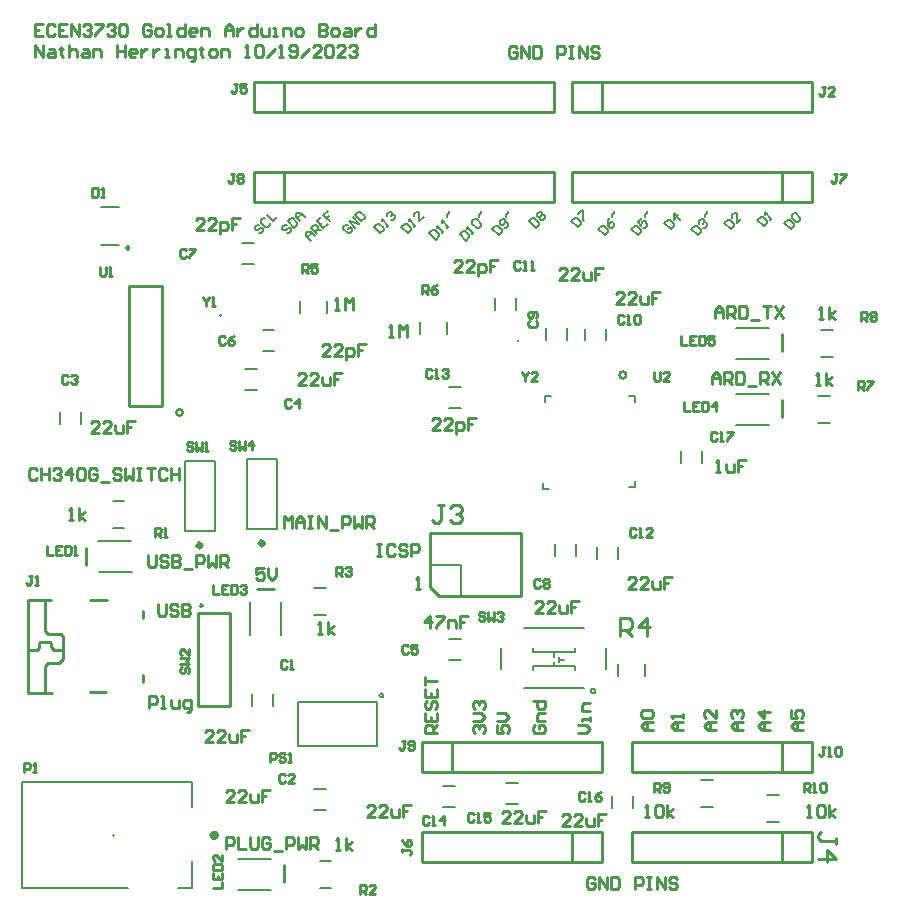
<source format=gto>
G04*
G04 #@! TF.GenerationSoftware,Altium Limited,Altium Designer,23.9.2 (47)*
G04*
G04 Layer_Color=65535*
%FSLAX44Y44*%
%MOMM*%
G71*
G04*
G04 #@! TF.SameCoordinates,6B7264D5-F0A4-4F38-8353-537565517FE9*
G04*
G04*
G04 #@! TF.FilePolarity,Positive*
G04*
G01*
G75*
%ADD10C,0.1524*%
%ADD11C,0.5080*%
%ADD12C,0.2540*%
%ADD13C,0.1000*%
%ADD14C,0.4000*%
%ADD15C,0.1270*%
%ADD16C,0.1999*%
%ADD17C,0.2286*%
%ADD18C,0.2032*%
D10*
X489982Y182880D02*
G03*
X489982Y182880I-2048J0D01*
G01*
X310406Y179340D02*
G03*
X310406Y179340I-1796J0D01*
G01*
X95268Y558038D02*
G03*
X95268Y558038I-1796J0D01*
G01*
X251968Y270480D02*
X261620D01*
X251968Y247680D02*
X261620D01*
X521970Y84074D02*
Y93726D01*
X504190Y84074D02*
Y93726D01*
X509270Y294894D02*
Y304546D01*
X491490Y294894D02*
Y304546D01*
X455930Y297434D02*
Y307086D01*
X473710Y297434D02*
Y307086D01*
X410210Y201930D02*
Y219710D01*
X499110Y201930D02*
Y219710D01*
X472440Y215900D02*
Y219202D01*
X436880Y215900D02*
Y219202D01*
Y200406D02*
Y203962D01*
X472440Y200406D02*
Y203962D01*
X458978Y207518D02*
Y211582D01*
Y209550D02*
X463042D01*
X429260Y236220D02*
X480060D01*
X429260Y185420D02*
X480060D01*
X436880Y215900D02*
X472440D01*
X436880Y203962D02*
X472440D01*
X454655Y204068D02*
Y207624D01*
X454782Y211688D02*
Y215752D01*
X366014Y209550D02*
X375666D01*
X366014Y227330D02*
X375666D01*
X414274Y87630D02*
X423926D01*
X414274Y105410D02*
X423926D01*
X360934Y102870D02*
X370586D01*
X360934Y85090D02*
X370586D01*
X579374Y107920D02*
X589026D01*
X579374Y85120D02*
X589026D01*
X635254Y95220D02*
X644906D01*
X635254Y72420D02*
X644906D01*
X562610Y376174D02*
Y385826D01*
X580390Y376174D02*
Y385826D01*
X678434Y433040D02*
X688086D01*
X678434Y410240D02*
X688086D01*
X681228Y488920D02*
X690880D01*
X681228Y466120D02*
X690880D01*
X608584Y434640D02*
X636524D01*
X608838Y408640D02*
X636778D01*
X608584Y490520D02*
X636524D01*
X608838Y464520D02*
X636778D01*
X499110Y480060D02*
Y489712D01*
X481330Y480060D02*
Y489712D01*
X466090Y480314D02*
Y489966D01*
X448310Y480314D02*
Y489966D01*
X422910Y505968D02*
Y515620D01*
X405130Y505968D02*
Y515620D01*
X364460Y485394D02*
Y495046D01*
X341660Y485394D02*
Y495046D01*
X193294Y455930D02*
X202946D01*
X193294Y438150D02*
X202946D01*
X208280Y488950D02*
X217932D01*
X208280Y471170D02*
X217932D01*
X240060Y503174D02*
Y512826D01*
X262860Y503174D02*
Y512826D01*
X190754Y544830D02*
X200406D01*
X190754Y562610D02*
X200406D01*
X36830Y409194D02*
Y418846D01*
X54610Y409194D02*
Y418846D01*
X217170Y170434D02*
Y180086D01*
X199390Y170434D02*
Y180086D01*
X197820Y230124D02*
Y258064D01*
X223820Y230378D02*
Y258318D01*
X81280Y344140D02*
X90932D01*
X81280Y321340D02*
X90932D01*
X251714Y82550D02*
X261366D01*
X251714Y100330D02*
X261366D01*
X256540Y39340D02*
X266192D01*
X256540Y16540D02*
X266192D01*
X186944Y40940D02*
X214884D01*
X187198Y14940D02*
X215138D01*
X69342Y284180D02*
X97282D01*
X69088Y310180D02*
X97028D01*
X366014Y440690D02*
X375666D01*
X366014Y422910D02*
X375666D01*
X238252Y173482D02*
X305308D01*
Y136398D02*
Y173482D01*
X238252Y136398D02*
X305308D01*
X238252D02*
Y173482D01*
X523240Y355600D02*
Y360680D01*
X518160Y355600D02*
X523240D01*
X518045Y432367D02*
X523125D01*
Y427287D02*
Y432367D01*
X446783Y427720D02*
Y432800D01*
X451863D01*
X445770Y354330D02*
Y359410D01*
Y354330D02*
X450850D01*
X532100Y195834D02*
Y205486D01*
X509300Y195834D02*
Y205486D01*
D11*
X208520Y308202D02*
G03*
X208520Y308202I-1270J0D01*
G01*
X155815Y306297D02*
G03*
X155815Y306297I-1270J0D01*
G01*
D12*
X157221Y255270D02*
G03*
X157221Y255270I-1000J0D01*
G01*
X515920Y450596D02*
G03*
X515920Y450596I-2840J0D01*
G01*
X140297Y418846D02*
G03*
X140297Y418846I-2540J0D01*
G01*
X350012Y271018D02*
Y316738D01*
Y271018D02*
X357378Y263652D01*
X427228D01*
X350012Y316738D02*
X427228D01*
Y263652D02*
Y316738D01*
X520700Y114300D02*
Y139700D01*
X647700D01*
X520700Y114300D02*
X647700D01*
X673100Y127000D02*
Y139700D01*
X647700D02*
X673100D01*
X647700Y114300D02*
Y139700D01*
Y114300D02*
X673100D01*
Y127000D01*
X647700Y596900D02*
Y622300D01*
X469900Y596900D02*
X673100D01*
Y622300D01*
X469900D02*
X673100D01*
X469900Y596900D02*
Y622300D01*
X495300Y673100D02*
Y698500D01*
X469900D02*
X673100D01*
X469900Y673100D02*
Y698500D01*
Y673100D02*
X673100D01*
Y698500D01*
X226060D02*
X454660D01*
X200660Y673100D02*
X429260D01*
X200660D02*
Y698500D01*
X429260D01*
X226060Y673100D02*
Y698500D01*
Y673100D02*
X454660D01*
Y698500D01*
X226060Y622300D02*
X454660D01*
X200660Y596900D02*
X429260D01*
X200660D02*
Y622300D01*
X429260D01*
X226060Y596900D02*
Y622300D01*
Y596900D02*
X454660D01*
Y622300D01*
X495300Y114300D02*
Y139700D01*
X368300Y114300D02*
X495300D01*
X368300Y139700D02*
X495300D01*
X342900Y114300D02*
Y127000D01*
Y114300D02*
X368300D01*
Y139700D01*
X342900D02*
X368300D01*
X342900Y127000D02*
Y139700D01*
X520700Y38100D02*
Y63500D01*
X647700D01*
X520700Y38100D02*
X647700D01*
X673100Y50800D02*
Y63500D01*
X647700D02*
X673100D01*
X647700Y38100D02*
Y63500D01*
Y38100D02*
X673100D01*
Y50800D01*
X647446Y415036D02*
Y429260D01*
Y470916D02*
Y485140D01*
X203200Y268986D02*
X217424D01*
X225806Y21336D02*
Y35560D01*
X58420Y289560D02*
Y303784D01*
X153670Y170180D02*
Y248920D01*
X180340D01*
X153670Y170180D02*
X180340D01*
Y248920D01*
X342900Y38100D02*
Y63500D01*
X469900D01*
X342900Y38100D02*
X469900D01*
X495300Y50800D02*
Y63500D01*
X469900D02*
X495300D01*
X469900Y38100D02*
Y63500D01*
Y38100D02*
X495300D01*
Y50800D01*
X106660Y245029D02*
Y246501D01*
Y249444D02*
Y250916D01*
X9435Y181660D02*
Y259906D01*
Y181660D02*
X29718D01*
X61976Y181864D02*
X75692D01*
X9435Y259906D02*
X29210D01*
X32069Y218116D02*
X39434D01*
X31307D02*
X32069D01*
X29274Y220148D02*
X31307Y218116D01*
X29274Y220148D02*
Y223704D01*
X28259Y224720D02*
X29274Y223704D01*
X19877Y224720D02*
X28259D01*
X18860Y223704D02*
X19877Y224720D01*
X18860Y219132D02*
Y223704D01*
X17336Y217608D02*
X18860Y219132D01*
X10986Y217608D02*
X17336D01*
X24195Y181660D02*
Y204146D01*
X26481Y206432D01*
X35879D01*
X39434Y209988D01*
Y228784D01*
X37148Y231070D02*
X39434Y228784D01*
X25972Y231070D02*
X37148D01*
X23433Y233610D02*
X25972Y231070D01*
X23433Y233610D02*
Y259518D01*
X61976Y259842D02*
X76708D01*
X106660Y191044D02*
Y196532D01*
Y246501D02*
Y249444D01*
X81510Y60960D02*
X81590D01*
X22011Y748106D02*
X15240D01*
Y737950D01*
X22011D01*
X15240Y743028D02*
X18626D01*
X32168Y746414D02*
X30475Y748106D01*
X27090D01*
X25397Y746414D01*
Y739642D01*
X27090Y737950D01*
X30475D01*
X32168Y739642D01*
X42325Y748106D02*
X35553D01*
Y737950D01*
X42325D01*
X35553Y743028D02*
X38939D01*
X45710Y737950D02*
Y748106D01*
X52481Y737950D01*
Y748106D01*
X55867Y746414D02*
X57560Y748106D01*
X60945D01*
X62638Y746414D01*
Y744721D01*
X60945Y743028D01*
X59253D01*
X60945D01*
X62638Y741335D01*
Y739642D01*
X60945Y737950D01*
X57560D01*
X55867Y739642D01*
X66024Y748106D02*
X72795D01*
Y746414D01*
X66024Y739642D01*
Y737950D01*
X76180Y746414D02*
X77873Y748106D01*
X81259D01*
X82951Y746414D01*
Y744721D01*
X81259Y743028D01*
X79566D01*
X81259D01*
X82951Y741335D01*
Y739642D01*
X81259Y737950D01*
X77873D01*
X76180Y739642D01*
X86337Y746414D02*
X88030Y748106D01*
X91415D01*
X93108Y746414D01*
Y739642D01*
X91415Y737950D01*
X88030D01*
X86337Y739642D01*
Y746414D01*
X113422D02*
X111729Y748106D01*
X108343D01*
X106650Y746414D01*
Y739642D01*
X108343Y737950D01*
X111729D01*
X113422Y739642D01*
Y743028D01*
X110036D01*
X118500Y737950D02*
X121886D01*
X123578Y739642D01*
Y743028D01*
X121886Y744721D01*
X118500D01*
X116807Y743028D01*
Y739642D01*
X118500Y737950D01*
X126964D02*
X130350D01*
X128657D01*
Y748106D01*
X126964D01*
X142199D02*
Y737950D01*
X137121D01*
X135428Y739642D01*
Y743028D01*
X137121Y744721D01*
X142199D01*
X150663Y737950D02*
X147277D01*
X145585Y739642D01*
Y743028D01*
X147277Y744721D01*
X150663D01*
X152356Y743028D01*
Y741335D01*
X145585D01*
X155741Y737950D02*
Y744721D01*
X160820D01*
X162512Y743028D01*
Y737950D01*
X176055D02*
Y744721D01*
X179440Y748106D01*
X182826Y744721D01*
Y737950D01*
Y743028D01*
X176055D01*
X186211Y744721D02*
Y737950D01*
Y741335D01*
X187904Y743028D01*
X189597Y744721D01*
X191290D01*
X203139Y748106D02*
Y737950D01*
X198061D01*
X196368Y739642D01*
Y743028D01*
X198061Y744721D01*
X203139D01*
X206525D02*
Y739642D01*
X208218Y737950D01*
X213296D01*
Y744721D01*
X216682Y737950D02*
X220067D01*
X218375D01*
Y744721D01*
X216682D01*
X225146Y737950D02*
Y744721D01*
X230224D01*
X231917Y743028D01*
Y737950D01*
X236995D02*
X240381D01*
X242073Y739642D01*
Y743028D01*
X240381Y744721D01*
X236995D01*
X235302Y743028D01*
Y739642D01*
X236995Y737950D01*
X255616Y748106D02*
Y737950D01*
X260694D01*
X262387Y739642D01*
Y741335D01*
X260694Y743028D01*
X255616D01*
X260694D01*
X262387Y744721D01*
Y746414D01*
X260694Y748106D01*
X255616D01*
X267465Y737950D02*
X270851D01*
X272544Y739642D01*
Y743028D01*
X270851Y744721D01*
X267465D01*
X265772Y743028D01*
Y739642D01*
X267465Y737950D01*
X277622Y744721D02*
X281008D01*
X282700Y743028D01*
Y737950D01*
X277622D01*
X275929Y739642D01*
X277622Y741335D01*
X282700D01*
X286086Y744721D02*
Y737950D01*
Y741335D01*
X287779Y743028D01*
X289471Y744721D01*
X291164D01*
X303014Y748106D02*
Y737950D01*
X297936D01*
X296243Y739642D01*
Y743028D01*
X297936Y744721D01*
X303014D01*
X15240Y719666D02*
Y729822D01*
X22011Y719666D01*
Y729822D01*
X27090Y726437D02*
X30475D01*
X32168Y724744D01*
Y719666D01*
X27090D01*
X25397Y721358D01*
X27090Y723051D01*
X32168D01*
X37246Y728130D02*
Y726437D01*
X35553D01*
X38939D01*
X37246D01*
Y721358D01*
X38939Y719666D01*
X44017Y729822D02*
Y719666D01*
Y724744D01*
X45710Y726437D01*
X49096D01*
X50788Y724744D01*
Y719666D01*
X55867Y726437D02*
X59253D01*
X60945Y724744D01*
Y719666D01*
X55867D01*
X54174Y721358D01*
X55867Y723051D01*
X60945D01*
X64331Y719666D02*
Y726437D01*
X69409D01*
X71102Y724744D01*
Y719666D01*
X84644Y729822D02*
Y719666D01*
Y724744D01*
X91415D01*
Y729822D01*
Y719666D01*
X99879D02*
X96494D01*
X94801Y721358D01*
Y724744D01*
X96494Y726437D01*
X99879D01*
X101572Y724744D01*
Y723051D01*
X94801D01*
X104958Y726437D02*
Y719666D01*
Y723051D01*
X106650Y724744D01*
X108343Y726437D01*
X110036D01*
X115114D02*
Y719666D01*
Y723051D01*
X116807Y724744D01*
X118500Y726437D01*
X120193D01*
X125271Y719666D02*
X128657D01*
X126964D01*
Y726437D01*
X125271D01*
X133735Y719666D02*
Y726437D01*
X138813D01*
X140506Y724744D01*
Y719666D01*
X147277Y716280D02*
X148970D01*
X150663Y717973D01*
Y726437D01*
X145585D01*
X143892Y724744D01*
Y721358D01*
X145585Y719666D01*
X150663D01*
X155741Y728130D02*
Y726437D01*
X154049D01*
X157434D01*
X155741D01*
Y721358D01*
X157434Y719666D01*
X164205D02*
X167591D01*
X169284Y721358D01*
Y724744D01*
X167591Y726437D01*
X164205D01*
X162512Y724744D01*
Y721358D01*
X164205Y719666D01*
X172669D02*
Y726437D01*
X177748D01*
X179440Y724744D01*
Y719666D01*
X192983D02*
X196368D01*
X194676D01*
Y729822D01*
X192983Y728130D01*
X201447D02*
X203139Y729822D01*
X206525D01*
X208218Y728130D01*
Y721358D01*
X206525Y719666D01*
X203139D01*
X201447Y721358D01*
Y728130D01*
X211603Y719666D02*
X218375Y726437D01*
X221760Y719666D02*
X225146D01*
X223453D01*
Y729822D01*
X221760Y728130D01*
X230224Y721358D02*
X231917Y719666D01*
X235302D01*
X236995Y721358D01*
Y728130D01*
X235302Y729822D01*
X231917D01*
X230224Y728130D01*
Y726437D01*
X231917Y724744D01*
X236995D01*
X240381Y719666D02*
X247152Y726437D01*
X257309Y719666D02*
X250537D01*
X257309Y726437D01*
Y728130D01*
X255616Y729822D01*
X252230D01*
X250537Y728130D01*
X260694D02*
X262387Y729822D01*
X265772D01*
X267465Y728130D01*
Y721358D01*
X265772Y719666D01*
X262387D01*
X260694Y721358D01*
Y728130D01*
X277622Y719666D02*
X270851D01*
X277622Y726437D01*
Y728130D01*
X275929Y729822D01*
X272544D01*
X270851Y728130D01*
X281008D02*
X282700Y729822D01*
X286086D01*
X287779Y728130D01*
Y726437D01*
X286086Y724744D01*
X284393D01*
X286086D01*
X287779Y723051D01*
Y721358D01*
X286086Y719666D01*
X282700D01*
X281008Y721358D01*
X254849Y231142D02*
X258234D01*
X256542D01*
Y241298D01*
X254849Y239606D01*
X263313Y231142D02*
Y241298D01*
Y234527D02*
X268391Y237913D01*
X263313Y234527D02*
X268391Y231142D01*
X270512Y280671D02*
Y288289D01*
X274321D01*
X275590Y287019D01*
Y284480D01*
X274321Y283210D01*
X270512D01*
X273051D02*
X275590Y280671D01*
X278130Y287019D02*
X279399Y288289D01*
X281938D01*
X283208Y287019D01*
Y285750D01*
X281938Y284480D01*
X280669D01*
X281938D01*
X283208Y283210D01*
Y281941D01*
X281938Y280671D01*
X279399D01*
X278130Y281941D01*
X337820Y269240D02*
X341206D01*
X339513D01*
Y279397D01*
X337820Y277704D01*
X304806Y307338D02*
X308191D01*
X306499D01*
Y297182D01*
X304806D01*
X308191D01*
X320041Y305646D02*
X318348Y307338D01*
X314963D01*
X313270Y305646D01*
Y298874D01*
X314963Y297182D01*
X318348D01*
X320041Y298874D01*
X330197Y305646D02*
X328505Y307338D01*
X325119D01*
X323426Y305646D01*
Y303953D01*
X325119Y302260D01*
X328505D01*
X330197Y300567D01*
Y298874D01*
X328505Y297182D01*
X325119D01*
X323426Y298874D01*
X333583Y297182D02*
Y307338D01*
X338661D01*
X340354Y305646D01*
Y302260D01*
X338661Y300567D01*
X333583D01*
X361439Y340863D02*
X356360D01*
X358899D01*
Y328167D01*
X356360Y325628D01*
X353821D01*
X351282Y328167D01*
X366517Y338324D02*
X369056Y340863D01*
X374135D01*
X376674Y338324D01*
Y335785D01*
X374135Y333246D01*
X371595D01*
X374135D01*
X376674Y330706D01*
Y328167D01*
X374135Y325628D01*
X369056D01*
X366517Y328167D01*
X665480Y149860D02*
X658709D01*
X655323Y153246D01*
X658709Y156631D01*
X665480D01*
X660402D01*
Y149860D01*
X655323Y166788D02*
Y160017D01*
X660402D01*
X658709Y163402D01*
Y165095D01*
X660402Y166788D01*
X663787D01*
X665480Y165095D01*
Y161709D01*
X663787Y160017D01*
X637540Y149860D02*
X630769D01*
X627383Y153246D01*
X630769Y156631D01*
X637540D01*
X632462D01*
Y149860D01*
X637540Y165095D02*
X627383D01*
X632462Y160017D01*
Y166788D01*
X614680Y149860D02*
X607909D01*
X604523Y153246D01*
X607909Y156631D01*
X614680D01*
X609602D01*
Y149860D01*
X606216Y160017D02*
X604523Y161709D01*
Y165095D01*
X606216Y166788D01*
X607909D01*
X609602Y165095D01*
Y163402D01*
Y165095D01*
X611294Y166788D01*
X612987D01*
X614680Y165095D01*
Y161709D01*
X612987Y160017D01*
X591820Y149860D02*
X585049D01*
X581663Y153246D01*
X585049Y156631D01*
X591820D01*
X586742D01*
Y149860D01*
X591820Y166788D02*
Y160017D01*
X585049Y166788D01*
X583356D01*
X581663Y165095D01*
Y161709D01*
X583356Y160017D01*
X563880Y149860D02*
X557109D01*
X553723Y153246D01*
X557109Y156631D01*
X563880D01*
X558802D01*
Y149860D01*
X563880Y160017D02*
Y163402D01*
Y161709D01*
X553723D01*
X555416Y160017D01*
X538480Y149860D02*
X531709D01*
X528323Y153246D01*
X531709Y156631D01*
X538480D01*
X533402D01*
Y149860D01*
X530016Y160017D02*
X528323Y161709D01*
Y165095D01*
X530016Y166788D01*
X536787D01*
X538480Y165095D01*
Y161709D01*
X536787Y160017D01*
X530016D01*
X474983Y147320D02*
X481754D01*
X485140Y150706D01*
X481754Y154091D01*
X474983D01*
X485140Y157477D02*
Y160862D01*
Y159170D01*
X478369D01*
Y157477D01*
X485140Y165941D02*
X478369D01*
Y171019D01*
X480062Y172712D01*
X485140D01*
X438576Y154091D02*
X436883Y152398D01*
Y149013D01*
X438576Y147320D01*
X445347D01*
X447040Y149013D01*
Y152398D01*
X445347Y154091D01*
X441962D01*
Y150706D01*
X447040Y157477D02*
X440269D01*
Y162555D01*
X441962Y164248D01*
X447040D01*
X436883Y174405D02*
X447040D01*
Y169326D01*
X445347Y167633D01*
X441962D01*
X440269Y169326D01*
Y174405D01*
X406403Y154091D02*
Y147320D01*
X411482D01*
X409789Y150706D01*
Y152398D01*
X411482Y154091D01*
X414867D01*
X416560Y152398D01*
Y149013D01*
X414867Y147320D01*
X406403Y157477D02*
X413174D01*
X416560Y160862D01*
X413174Y164248D01*
X406403D01*
X387776Y147320D02*
X386083Y149013D01*
Y152398D01*
X387776Y154091D01*
X389469D01*
X391162Y152398D01*
Y150706D01*
Y152398D01*
X392854Y154091D01*
X394547D01*
X396240Y152398D01*
Y149013D01*
X394547Y147320D01*
X386083Y157477D02*
X392854D01*
X396240Y160862D01*
X392854Y164248D01*
X386083D01*
X387776Y167633D02*
X386083Y169326D01*
Y172712D01*
X387776Y174405D01*
X389469D01*
X391162Y172712D01*
Y171019D01*
Y172712D01*
X392854Y174405D01*
X394547D01*
X396240Y172712D01*
Y169326D01*
X394547Y167633D01*
X355600Y147320D02*
X345443D01*
Y152398D01*
X347136Y154091D01*
X350522D01*
X352214Y152398D01*
Y147320D01*
Y150706D02*
X355600Y154091D01*
X345443Y164248D02*
Y157477D01*
X355600D01*
Y164248D01*
X350522Y157477D02*
Y160862D01*
X347136Y174405D02*
X345443Y172712D01*
Y169326D01*
X347136Y167633D01*
X348829D01*
X350522Y169326D01*
Y172712D01*
X352214Y174405D01*
X353907D01*
X355600Y172712D01*
Y169326D01*
X353907Y167633D01*
X345443Y184561D02*
Y177790D01*
X355600D01*
Y184561D01*
X350522Y177790D02*
Y181176D01*
X345443Y187947D02*
Y194718D01*
Y191332D01*
X355600D01*
X468210Y68582D02*
X461439D01*
X468210Y75353D01*
Y77046D01*
X466518Y78738D01*
X463132D01*
X461439Y77046D01*
X478367Y68582D02*
X471596D01*
X478367Y75353D01*
Y77046D01*
X476674Y78738D01*
X473289D01*
X471596Y77046D01*
X481753Y75353D02*
Y70274D01*
X483446Y68582D01*
X488524D01*
Y75353D01*
X498681Y78738D02*
X491909D01*
Y73660D01*
X495295D01*
X491909D01*
Y68582D01*
X480696Y96519D02*
X479427Y97789D01*
X476888D01*
X475618Y96519D01*
Y91441D01*
X476888Y90171D01*
X479427D01*
X480696Y91441D01*
X483236Y90171D02*
X485775D01*
X484505D01*
Y97789D01*
X483236Y96519D01*
X494662Y97789D02*
X492123Y96519D01*
X489584Y93980D01*
Y91441D01*
X490853Y90171D01*
X493392D01*
X494662Y91441D01*
Y92710D01*
X493392Y93980D01*
X489584D01*
X683896Y135889D02*
X681357D01*
X682627D01*
Y129541D01*
X681357Y128271D01*
X680088D01*
X678818Y129541D01*
X686436Y128271D02*
X688975D01*
X687705D01*
Y135889D01*
X686436Y134619D01*
X692784D02*
X694053Y135889D01*
X696592D01*
X697862Y134619D01*
Y129541D01*
X696592Y128271D01*
X694053D01*
X692784Y129541D01*
Y134619D01*
X489371Y23704D02*
X487678Y25397D01*
X484293D01*
X482600Y23704D01*
Y16933D01*
X484293Y15240D01*
X487678D01*
X489371Y16933D01*
Y20318D01*
X485986D01*
X492757Y15240D02*
Y25397D01*
X499528Y15240D01*
Y25397D01*
X502913D02*
Y15240D01*
X507992D01*
X509685Y16933D01*
Y23704D01*
X507992Y25397D01*
X502913D01*
X523227Y15240D02*
Y25397D01*
X528305D01*
X529998Y23704D01*
Y20318D01*
X528305Y18626D01*
X523227D01*
X533384Y25397D02*
X536769D01*
X535076D01*
Y15240D01*
X533384D01*
X536769D01*
X541848D02*
Y25397D01*
X548619Y15240D01*
Y25397D01*
X558775Y23704D02*
X557083Y25397D01*
X553697D01*
X552004Y23704D01*
Y22011D01*
X553697Y20318D01*
X557083D01*
X558775Y18626D01*
Y16933D01*
X557083Y15240D01*
X553697D01*
X552004Y16933D01*
X423331Y727284D02*
X421638Y728977D01*
X418253D01*
X416560Y727284D01*
Y720513D01*
X418253Y718820D01*
X421638D01*
X423331Y720513D01*
Y723898D01*
X419946D01*
X426717Y718820D02*
Y728977D01*
X433488Y718820D01*
Y728977D01*
X436873D02*
Y718820D01*
X441952D01*
X443645Y720513D01*
Y727284D01*
X441952Y728977D01*
X436873D01*
X457187Y718820D02*
Y728977D01*
X462265D01*
X463958Y727284D01*
Y723898D01*
X462265Y722206D01*
X457187D01*
X467344Y728977D02*
X470729D01*
X469036D01*
Y718820D01*
X467344D01*
X470729D01*
X475808D02*
Y728977D01*
X482579Y718820D01*
Y728977D01*
X492735Y727284D02*
X491043Y728977D01*
X487657D01*
X485964Y727284D01*
Y725591D01*
X487657Y723898D01*
X491043D01*
X492735Y722206D01*
Y720513D01*
X491043Y718820D01*
X487657D01*
X485964Y720513D01*
X694690Y621029D02*
X692151D01*
X693421D01*
Y614681D01*
X692151Y613411D01*
X690882D01*
X689612Y614681D01*
X697230Y621029D02*
X702308D01*
Y619759D01*
X697230Y614681D01*
Y613411D01*
X684530Y694689D02*
X681991D01*
X683261D01*
Y688341D01*
X681991Y687071D01*
X680722D01*
X679452Y688341D01*
X692148Y687071D02*
X687070D01*
X692148Y692150D01*
Y693419D01*
X690878Y694689D01*
X688339D01*
X687070Y693419D01*
X186690Y697229D02*
X184151D01*
X185421D01*
Y690881D01*
X184151Y689611D01*
X182882D01*
X181612Y690881D01*
X194308Y697229D02*
X189230D01*
Y693420D01*
X191769Y694690D01*
X193038D01*
X194308Y693420D01*
Y690881D01*
X193038Y689611D01*
X190499D01*
X189230Y690881D01*
X184150Y621029D02*
X181611D01*
X182881D01*
Y614681D01*
X181611Y613411D01*
X180342D01*
X179072Y614681D01*
X186690Y619759D02*
X187959Y621029D01*
X190498D01*
X191768Y619759D01*
Y618490D01*
X190498Y617220D01*
X191768Y615950D01*
Y614681D01*
X190498Y613411D01*
X187959D01*
X186690Y614681D01*
Y615950D01*
X187959Y617220D01*
X186690Y618490D01*
Y619759D01*
X187959Y617220D02*
X190498D01*
X524090Y269242D02*
X517319D01*
X524090Y276013D01*
Y277706D01*
X522398Y279398D01*
X519012D01*
X517319Y277706D01*
X534247Y269242D02*
X527476D01*
X534247Y276013D01*
Y277706D01*
X532554Y279398D01*
X529169D01*
X527476Y277706D01*
X537633Y276013D02*
Y270934D01*
X539326Y269242D01*
X544404D01*
Y276013D01*
X554561Y279398D02*
X547789D01*
Y274320D01*
X551175D01*
X547789D01*
Y269242D01*
X523876Y320039D02*
X522607Y321309D01*
X520068D01*
X518798Y320039D01*
Y314961D01*
X520068Y313691D01*
X522607D01*
X523876Y314961D01*
X526416Y313691D02*
X528955D01*
X527685D01*
Y321309D01*
X526416Y320039D01*
X537842Y313691D02*
X532764D01*
X537842Y318770D01*
Y320039D01*
X536572Y321309D01*
X534033D01*
X532764Y320039D01*
X445350Y248922D02*
X438579D01*
X445350Y255693D01*
Y257386D01*
X443658Y259078D01*
X440272D01*
X438579Y257386D01*
X455507Y248922D02*
X448736D01*
X455507Y255693D01*
Y257386D01*
X453814Y259078D01*
X450429D01*
X448736Y257386D01*
X458893Y255693D02*
Y250614D01*
X460586Y248922D01*
X465664D01*
Y255693D01*
X475821Y259078D02*
X469049D01*
Y254000D01*
X472435D01*
X469049D01*
Y248922D01*
X443230Y276859D02*
X441961Y278129D01*
X439422D01*
X438152Y276859D01*
Y271781D01*
X439422Y270511D01*
X441961D01*
X443230Y271781D01*
X445770Y276859D02*
X447039Y278129D01*
X449578D01*
X450848Y276859D01*
Y275590D01*
X449578Y274320D01*
X450848Y273050D01*
Y271781D01*
X449578Y270511D01*
X447039D01*
X445770Y271781D01*
Y273050D01*
X447039Y274320D01*
X445770Y275590D01*
Y276859D01*
X447039Y274320D02*
X449578D01*
X396242Y248919D02*
X394972Y250189D01*
X392433D01*
X391163Y248919D01*
Y247650D01*
X392433Y246380D01*
X394972D01*
X396242Y245110D01*
Y243841D01*
X394972Y242571D01*
X392433D01*
X391163Y243841D01*
X398781Y250189D02*
Y242571D01*
X401320Y245110D01*
X403859Y242571D01*
Y250189D01*
X406398Y248919D02*
X407668Y250189D01*
X410207D01*
X411477Y248919D01*
Y247650D01*
X410207Y246380D01*
X408938D01*
X410207D01*
X411477Y245110D01*
Y243841D01*
X410207Y242571D01*
X407668D01*
X406398Y243841D01*
X349678Y236222D02*
Y246378D01*
X344599Y241300D01*
X351371D01*
X354756Y246378D02*
X361527D01*
Y244686D01*
X354756Y237914D01*
Y236222D01*
X364913D02*
Y242993D01*
X369991D01*
X371684Y241300D01*
Y236222D01*
X381841Y246378D02*
X375070D01*
Y241300D01*
X378455D01*
X375070D01*
Y236222D01*
X331470Y220979D02*
X330201Y222249D01*
X327662D01*
X326392Y220979D01*
Y215901D01*
X327662Y214631D01*
X330201D01*
X331470Y215901D01*
X339088Y222249D02*
X334010D01*
Y218440D01*
X336549Y219710D01*
X337818D01*
X339088Y218440D01*
Y215901D01*
X337818Y214631D01*
X335279D01*
X334010Y215901D01*
X328930Y140969D02*
X326391D01*
X327661D01*
Y134621D01*
X326391Y133351D01*
X325122D01*
X323852Y134621D01*
X331470D02*
X332739Y133351D01*
X335278D01*
X336548Y134621D01*
Y139699D01*
X335278Y140969D01*
X332739D01*
X331470Y139699D01*
Y138430D01*
X332739Y137160D01*
X336548D01*
X417411Y71122D02*
X410639D01*
X417411Y77893D01*
Y79586D01*
X415718Y81278D01*
X412332D01*
X410639Y79586D01*
X427567Y71122D02*
X420796D01*
X427567Y77893D01*
Y79586D01*
X425874Y81278D01*
X422489D01*
X420796Y79586D01*
X430953Y77893D02*
Y72814D01*
X432646Y71122D01*
X437724D01*
Y77893D01*
X447881Y81278D02*
X441110D01*
Y76200D01*
X444495D01*
X441110D01*
Y71122D01*
X386716Y78739D02*
X385447Y80009D01*
X382908D01*
X381638Y78739D01*
Y73661D01*
X382908Y72391D01*
X385447D01*
X386716Y73661D01*
X389256Y72391D02*
X391795D01*
X390525D01*
Y80009D01*
X389256Y78739D01*
X400682Y80009D02*
X395604D01*
Y76200D01*
X398143Y77470D01*
X399412D01*
X400682Y76200D01*
Y73661D01*
X399412Y72391D01*
X396873D01*
X395604Y73661D01*
X303111Y76202D02*
X296339D01*
X303111Y82973D01*
Y84666D01*
X301418Y86358D01*
X298032D01*
X296339Y84666D01*
X313267Y76202D02*
X306496D01*
X313267Y82973D01*
Y84666D01*
X311574Y86358D01*
X308189D01*
X306496Y84666D01*
X316653Y82973D02*
Y77894D01*
X318346Y76202D01*
X323424D01*
Y82973D01*
X333581Y86358D02*
X326810D01*
Y81280D01*
X330195D01*
X326810D01*
Y76202D01*
X348616Y76199D02*
X347347Y77469D01*
X344808D01*
X343538Y76199D01*
Y71121D01*
X344808Y69851D01*
X347347D01*
X348616Y71121D01*
X351156Y69851D02*
X353695D01*
X352425D01*
Y77469D01*
X351156Y76199D01*
X361312Y69851D02*
Y77469D01*
X357504Y73660D01*
X362582D01*
X531711Y76202D02*
X535096D01*
X533403D01*
Y86358D01*
X531711Y84666D01*
X540174D02*
X541867Y86358D01*
X545253D01*
X546946Y84666D01*
Y77894D01*
X545253Y76202D01*
X541867D01*
X540174Y77894D01*
Y84666D01*
X550331Y76202D02*
Y86358D01*
Y79587D02*
X555410Y82973D01*
X550331Y79587D02*
X555410Y76202D01*
X539752Y97791D02*
Y105409D01*
X543561D01*
X544830Y104139D01*
Y101600D01*
X543561Y100330D01*
X539752D01*
X542291D02*
X544830Y97791D01*
X547370Y99061D02*
X548639Y97791D01*
X551178D01*
X552448Y99061D01*
Y104139D01*
X551178Y105409D01*
X548639D01*
X547370Y104139D01*
Y102870D01*
X548639Y101600D01*
X552448D01*
X693418Y53339D02*
Y58418D01*
Y55878D01*
X680722D01*
X678183Y58418D01*
Y60957D01*
X680722Y63496D01*
X678183Y40643D02*
X693418D01*
X685800Y48261D01*
Y38104D01*
X668870Y76202D02*
X672256D01*
X670563D01*
Y86358D01*
X668870Y84666D01*
X677334D02*
X679027Y86358D01*
X682413D01*
X684106Y84666D01*
Y77894D01*
X682413Y76202D01*
X679027D01*
X677334Y77894D01*
Y84666D01*
X687491Y76202D02*
Y86358D01*
Y79587D02*
X692570Y82973D01*
X687491Y79587D02*
X692570Y76202D01*
X666118Y97791D02*
Y105409D01*
X669927D01*
X671196Y104139D01*
Y101600D01*
X669927Y100330D01*
X666118D01*
X668657D02*
X671196Y97791D01*
X673736D02*
X676275D01*
X675005D01*
Y105409D01*
X673736Y104139D01*
X680084D02*
X681353Y105409D01*
X683892D01*
X685162Y104139D01*
Y99061D01*
X683892Y97791D01*
X681353D01*
X680084Y99061D01*
Y104139D01*
X591824Y368302D02*
X595210D01*
X593517D01*
Y378458D01*
X591824Y376766D01*
X600288Y375073D02*
Y369994D01*
X601981Y368302D01*
X607059D01*
Y375073D01*
X617216Y378458D02*
X610445D01*
Y373380D01*
X613830D01*
X610445D01*
Y368302D01*
X592456Y401319D02*
X591187Y402589D01*
X588648D01*
X587378Y401319D01*
Y396241D01*
X588648Y394971D01*
X591187D01*
X592456Y396241D01*
X594996Y394971D02*
X597535D01*
X596265D01*
Y402589D01*
X594996Y401319D01*
X601344Y402589D02*
X606422D01*
Y401319D01*
X601344Y396241D01*
Y394971D01*
X676489Y441962D02*
X679874D01*
X678182D01*
Y452118D01*
X676489Y450426D01*
X684953Y441962D02*
Y452118D01*
Y445347D02*
X690031Y448733D01*
X684953Y445347D02*
X690031Y441962D01*
X712472Y438151D02*
Y445769D01*
X716281D01*
X717550Y444499D01*
Y441960D01*
X716281Y440690D01*
X712472D01*
X715011D02*
X717550Y438151D01*
X720090Y445769D02*
X725168D01*
Y444499D01*
X720090Y439421D01*
Y438151D01*
X679029Y497842D02*
X682414D01*
X680722D01*
Y507998D01*
X679029Y506306D01*
X687493Y497842D02*
Y507998D01*
Y501227D02*
X692571Y504613D01*
X687493Y501227D02*
X692571Y497842D01*
X715012Y496571D02*
Y504189D01*
X718821D01*
X720090Y502919D01*
Y500380D01*
X718821Y499110D01*
X715012D01*
X717551D02*
X720090Y496571D01*
X722630Y502919D02*
X723899Y504189D01*
X726438D01*
X727708Y502919D01*
Y501650D01*
X726438Y500380D01*
X727708Y499110D01*
Y497841D01*
X726438Y496571D01*
X723899D01*
X722630Y497841D01*
Y499110D01*
X723899Y500380D01*
X722630Y501650D01*
Y502919D01*
X723899Y500380D02*
X726438D01*
X588443Y442808D02*
Y449579D01*
X591828Y452965D01*
X595214Y449579D01*
Y442808D01*
Y447886D01*
X588443D01*
X598599Y442808D02*
Y452965D01*
X603678D01*
X605370Y451272D01*
Y447886D01*
X603678Y446194D01*
X598599D01*
X601985D02*
X605370Y442808D01*
X608756Y452965D02*
Y442808D01*
X613834D01*
X615527Y444501D01*
Y451272D01*
X613834Y452965D01*
X608756D01*
X618913Y441115D02*
X625684D01*
X629070Y442808D02*
Y452965D01*
X634148D01*
X635841Y451272D01*
Y447886D01*
X634148Y446194D01*
X629070D01*
X632455D02*
X635841Y442808D01*
X639226Y452965D02*
X645997Y442808D01*
Y452965D02*
X639226Y442808D01*
X565154Y427989D02*
Y420371D01*
X570233D01*
X577850Y427989D02*
X572772D01*
Y420371D01*
X577850D01*
X572772Y424180D02*
X575311D01*
X580390Y427989D02*
Y420371D01*
X584198D01*
X585468Y421641D01*
Y426719D01*
X584198Y427989D01*
X580390D01*
X591816Y420371D02*
Y427989D01*
X588007Y424180D01*
X593086D01*
X590983Y498688D02*
Y505459D01*
X594368Y508845D01*
X597754Y505459D01*
Y498688D01*
Y503766D01*
X590983D01*
X601139Y498688D02*
Y508845D01*
X606218D01*
X607910Y507152D01*
Y503766D01*
X606218Y502074D01*
X601139D01*
X604525D02*
X607910Y498688D01*
X611296Y508845D02*
Y498688D01*
X616374D01*
X618067Y500381D01*
Y507152D01*
X616374Y508845D01*
X611296D01*
X621453Y496995D02*
X628224D01*
X631609Y508845D02*
X638381D01*
X634995D01*
Y498688D01*
X641766Y508845D02*
X648537Y498688D01*
Y508845D02*
X641766Y498688D01*
X562615Y483869D02*
Y476251D01*
X567693D01*
X575310Y483869D02*
X570232D01*
Y476251D01*
X575310D01*
X570232Y480060D02*
X572771D01*
X577850Y483869D02*
Y476251D01*
X581658D01*
X582928Y477521D01*
Y482599D01*
X581658Y483869D01*
X577850D01*
X590546D02*
X585467D01*
Y480060D01*
X588006Y481330D01*
X589276D01*
X590546Y480060D01*
Y477521D01*
X589276Y476251D01*
X586737D01*
X585467Y477521D01*
X513931Y510542D02*
X507159D01*
X513931Y517313D01*
Y519006D01*
X512238Y520698D01*
X508852D01*
X507159Y519006D01*
X524087Y510542D02*
X517316D01*
X524087Y517313D01*
Y519006D01*
X522394Y520698D01*
X519009D01*
X517316Y519006D01*
X527473Y517313D02*
Y512234D01*
X529166Y510542D01*
X534244D01*
Y517313D01*
X544401Y520698D02*
X537630D01*
Y515620D01*
X541015D01*
X537630D01*
Y510542D01*
X434341Y496570D02*
X433071Y495301D01*
Y492762D01*
X434341Y491492D01*
X439419D01*
X440689Y492762D01*
Y495301D01*
X439419Y496570D01*
Y499110D02*
X440689Y500379D01*
Y502918D01*
X439419Y504188D01*
X434341D01*
X433071Y502918D01*
Y500379D01*
X434341Y499110D01*
X435610D01*
X436880Y500379D01*
Y504188D01*
X465671Y530862D02*
X458899D01*
X465671Y537633D01*
Y539326D01*
X463978Y541018D01*
X460592D01*
X458899Y539326D01*
X475827Y530862D02*
X469056D01*
X475827Y537633D01*
Y539326D01*
X474134Y541018D01*
X470749D01*
X469056Y539326D01*
X479213Y537633D02*
Y532554D01*
X480906Y530862D01*
X485984D01*
Y537633D01*
X496141Y541018D02*
X489370D01*
Y535940D01*
X492755D01*
X489370D01*
Y530862D01*
X513716Y500379D02*
X512447Y501649D01*
X509908D01*
X508638Y500379D01*
Y495301D01*
X509908Y494031D01*
X512447D01*
X513716Y495301D01*
X516256Y494031D02*
X518795D01*
X517525D01*
Y501649D01*
X516256Y500379D01*
X522604D02*
X523873Y501649D01*
X526412D01*
X527682Y500379D01*
Y495301D01*
X526412Y494031D01*
X523873D01*
X522604Y495301D01*
Y500379D01*
X376771Y537634D02*
X369999D01*
X376771Y544406D01*
Y546098D01*
X375078Y547791D01*
X371692D01*
X369999Y546098D01*
X386927Y537634D02*
X380156D01*
X386927Y544406D01*
Y546098D01*
X385234Y547791D01*
X381849D01*
X380156Y546098D01*
X390313Y534249D02*
Y544406D01*
X395391D01*
X397084Y542713D01*
Y539327D01*
X395391Y537634D01*
X390313D01*
X407241Y547791D02*
X400470D01*
Y542713D01*
X403855D01*
X400470D01*
Y537634D01*
X426086Y546099D02*
X424816Y547369D01*
X422277D01*
X421008Y546099D01*
Y541021D01*
X422277Y539751D01*
X424816D01*
X426086Y541021D01*
X428625Y539751D02*
X431164D01*
X429895D01*
Y547369D01*
X428625Y546099D01*
X434973Y539751D02*
X437512D01*
X436243D01*
Y547369D01*
X434973Y546099D01*
X314963Y482602D02*
X318348D01*
X316655D01*
Y492758D01*
X314963Y491066D01*
X323426Y482602D02*
Y492758D01*
X326812Y489373D01*
X330197Y492758D01*
Y482602D01*
X343408Y519430D02*
Y527048D01*
X347217D01*
X348486Y525778D01*
Y523239D01*
X347217Y521969D01*
X343408D01*
X345947D02*
X348486Y519430D01*
X356104Y527048D02*
X353565Y525778D01*
X351026Y523239D01*
Y520700D01*
X352295Y519430D01*
X354834D01*
X356104Y520700D01*
Y521969D01*
X354834Y523239D01*
X351026D01*
X226072Y320888D02*
Y331045D01*
X229458Y327659D01*
X232843Y331045D01*
Y320888D01*
X236229D02*
Y327659D01*
X239615Y331045D01*
X243000Y327659D01*
Y320888D01*
Y325966D01*
X236229D01*
X246386Y331045D02*
X249771D01*
X248078D01*
Y320888D01*
X246386D01*
X249771D01*
X254850D02*
Y331045D01*
X261621Y320888D01*
Y331045D01*
X265006Y319195D02*
X271777D01*
X275163Y320888D02*
Y331045D01*
X280242D01*
X281934Y329352D01*
Y325966D01*
X280242Y324274D01*
X275163D01*
X285320Y331045D02*
Y320888D01*
X288705Y324274D01*
X292091Y320888D01*
Y331045D01*
X295477Y320888D02*
Y331045D01*
X300555D01*
X302248Y329352D01*
Y325966D01*
X300555Y324274D01*
X295477D01*
X298862D02*
X302248Y320888D01*
X185422Y393699D02*
X184152Y394969D01*
X181613D01*
X180343Y393699D01*
Y392430D01*
X181613Y391160D01*
X184152D01*
X185422Y389890D01*
Y388621D01*
X184152Y387351D01*
X181613D01*
X180343Y388621D01*
X187961Y394969D02*
Y387351D01*
X190500Y389890D01*
X193039Y387351D01*
Y394969D01*
X199387Y387351D02*
Y394969D01*
X195578Y391160D01*
X200657D01*
X244690Y441962D02*
X237919D01*
X244690Y448733D01*
Y450426D01*
X242998Y452118D01*
X239612D01*
X237919Y450426D01*
X254847Y441962D02*
X248076D01*
X254847Y448733D01*
Y450426D01*
X253154Y452118D01*
X249769D01*
X248076Y450426D01*
X258233Y448733D02*
Y443654D01*
X259926Y441962D01*
X265004D01*
Y448733D01*
X275161Y452118D02*
X268389D01*
Y447040D01*
X271775D01*
X268389D01*
Y441962D01*
X232410Y429259D02*
X231141Y430529D01*
X228602D01*
X227332Y429259D01*
Y424181D01*
X228602Y422911D01*
X231141D01*
X232410Y424181D01*
X238758Y422911D02*
Y430529D01*
X234950Y426720D01*
X240028D01*
X265011Y466514D02*
X258239D01*
X265011Y473286D01*
Y474978D01*
X263318Y476671D01*
X259932D01*
X258239Y474978D01*
X275167Y466514D02*
X268396D01*
X275167Y473286D01*
Y474978D01*
X273474Y476671D01*
X270089D01*
X268396Y474978D01*
X278553Y463129D02*
Y473286D01*
X283631D01*
X285324Y471593D01*
Y468207D01*
X283631Y466514D01*
X278553D01*
X295481Y476671D02*
X288710D01*
Y471593D01*
X292095D01*
X288710D01*
Y466514D01*
X176530Y482599D02*
X175261Y483869D01*
X172722D01*
X171452Y482599D01*
Y477521D01*
X172722Y476251D01*
X175261D01*
X176530Y477521D01*
X184148Y483869D02*
X181609Y482599D01*
X179070Y480060D01*
Y477521D01*
X180339Y476251D01*
X182878D01*
X184148Y477521D01*
Y478790D01*
X182878Y480060D01*
X179070D01*
X269242Y505462D02*
X272628D01*
X270935D01*
Y515618D01*
X269242Y513926D01*
X277706Y505462D02*
Y515618D01*
X281092Y512233D01*
X284478Y515618D01*
Y505462D01*
X241808Y537210D02*
Y544827D01*
X245617D01*
X246886Y543558D01*
Y541019D01*
X245617Y539749D01*
X241808D01*
X244347D02*
X246886Y537210D01*
X254504Y544827D02*
X249426D01*
Y541019D01*
X251965Y542288D01*
X253234D01*
X254504Y541019D01*
Y538480D01*
X253234Y537210D01*
X250695D01*
X249426Y538480D01*
X158330Y573194D02*
X151559D01*
X158330Y579966D01*
Y581658D01*
X156638Y583351D01*
X153252D01*
X151559Y581658D01*
X168487Y573194D02*
X161716D01*
X168487Y579966D01*
Y581658D01*
X166794Y583351D01*
X163409D01*
X161716Y581658D01*
X171873Y569809D02*
Y579966D01*
X176951D01*
X178644Y578273D01*
Y574887D01*
X176951Y573194D01*
X171873D01*
X188801Y583351D02*
X182029D01*
Y578273D01*
X185415D01*
X182029D01*
Y573194D01*
X143510Y556259D02*
X142241Y557529D01*
X139702D01*
X138432Y556259D01*
Y551181D01*
X139702Y549911D01*
X142241D01*
X143510Y551181D01*
X146050Y557529D02*
X151128D01*
Y556259D01*
X146050Y551181D01*
Y549911D01*
X69430Y401322D02*
X62659D01*
X69430Y408093D01*
Y409786D01*
X67738Y411478D01*
X64352D01*
X62659Y409786D01*
X79587Y401322D02*
X72816D01*
X79587Y408093D01*
Y409786D01*
X77894Y411478D01*
X74509D01*
X72816Y409786D01*
X82973Y408093D02*
Y403014D01*
X84666Y401322D01*
X89744D01*
Y408093D01*
X99901Y411478D02*
X93130D01*
Y406400D01*
X96515D01*
X93130D01*
Y401322D01*
X43178Y449578D02*
X41909Y450848D01*
X39370D01*
X38100Y449578D01*
Y444500D01*
X39370Y443230D01*
X41909D01*
X43178Y444500D01*
X45718Y449578D02*
X46987Y450848D01*
X49526D01*
X50796Y449578D01*
Y448308D01*
X49526Y447039D01*
X48257D01*
X49526D01*
X50796Y445769D01*
Y444500D01*
X49526Y443230D01*
X46987D01*
X45718Y444500D01*
X165951Y139702D02*
X159179D01*
X165951Y146473D01*
Y148166D01*
X164258Y149858D01*
X160872D01*
X159179Y148166D01*
X176107Y139702D02*
X169336D01*
X176107Y146473D01*
Y148166D01*
X174414Y149858D01*
X171029D01*
X169336Y148166D01*
X179493Y146473D02*
Y141394D01*
X181186Y139702D01*
X186264D01*
Y146473D01*
X196421Y149858D02*
X189650D01*
Y144780D01*
X193035D01*
X189650D01*
Y139702D01*
X228600Y208279D02*
X227330Y209549D01*
X224791D01*
X223522Y208279D01*
Y203201D01*
X224791Y201931D01*
X227330D01*
X228600Y203201D01*
X231139Y201931D02*
X233678D01*
X232409D01*
Y209549D01*
X231139Y208279D01*
X209127Y287018D02*
X202356D01*
Y281940D01*
X205742Y283633D01*
X207434D01*
X209127Y281940D01*
Y278554D01*
X207434Y276862D01*
X204049D01*
X202356Y278554D01*
X212513Y287018D02*
Y280247D01*
X215898Y276862D01*
X219284Y280247D01*
Y287018D01*
X166374Y273049D02*
Y265431D01*
X171453D01*
X179070Y273049D02*
X173992D01*
Y265431D01*
X179070D01*
X173992Y269240D02*
X176531D01*
X181610Y273049D02*
Y265431D01*
X185418D01*
X186688Y266701D01*
Y271779D01*
X185418Y273049D01*
X181610D01*
X189227Y271779D02*
X190497Y273049D01*
X193036D01*
X194305Y271779D01*
Y270510D01*
X193036Y269240D01*
X191766D01*
X193036D01*
X194305Y267970D01*
Y266701D01*
X193036Y265431D01*
X190497D01*
X189227Y266701D01*
X44029Y327662D02*
X47414D01*
X45722D01*
Y337818D01*
X44029Y336126D01*
X52493Y327662D02*
Y337818D01*
Y331047D02*
X57571Y334433D01*
X52493Y331047D02*
X57571Y327662D01*
X116842Y313691D02*
Y321309D01*
X120650D01*
X121920Y320039D01*
Y317500D01*
X120650Y316230D01*
X116842D01*
X119381D02*
X121920Y313691D01*
X124459D02*
X126998D01*
X125729D01*
Y321309D01*
X124459Y320039D01*
X16952Y369992D02*
X15259Y371685D01*
X11873D01*
X10180Y369992D01*
Y363221D01*
X11873Y361528D01*
X15259D01*
X16952Y363221D01*
X20337Y371685D02*
Y361528D01*
Y366606D01*
X27108D01*
Y371685D01*
Y361528D01*
X30494Y369992D02*
X32187Y371685D01*
X35572D01*
X37265Y369992D01*
Y368299D01*
X35572Y366606D01*
X33879D01*
X35572D01*
X37265Y364914D01*
Y363221D01*
X35572Y361528D01*
X32187D01*
X30494Y363221D01*
X45729Y361528D02*
Y371685D01*
X40651Y366606D01*
X47422D01*
X50807Y369992D02*
X52500Y371685D01*
X55886D01*
X57579Y369992D01*
Y363221D01*
X55886Y361528D01*
X52500D01*
X50807Y363221D01*
Y369992D01*
X67735D02*
X66042Y371685D01*
X62657D01*
X60964Y369992D01*
Y363221D01*
X62657Y361528D01*
X66042D01*
X67735Y363221D01*
Y366606D01*
X64350D01*
X71121Y359835D02*
X77892D01*
X88049Y369992D02*
X86356Y371685D01*
X82970D01*
X81278Y369992D01*
Y368299D01*
X82970Y366606D01*
X86356D01*
X88049Y364914D01*
Y363221D01*
X86356Y361528D01*
X82970D01*
X81278Y363221D01*
X91434Y371685D02*
Y361528D01*
X94820Y364914D01*
X98205Y361528D01*
Y371685D01*
X101591D02*
X104977D01*
X103284D01*
Y361528D01*
X101591D01*
X104977D01*
X110055Y371685D02*
X116826D01*
X113441D01*
Y361528D01*
X126983Y369992D02*
X125290Y371685D01*
X121904D01*
X120212Y369992D01*
Y363221D01*
X121904Y361528D01*
X125290D01*
X126983Y363221D01*
X130368Y371685D02*
Y361528D01*
Y366606D01*
X137140D01*
Y371685D01*
Y361528D01*
X148842Y392936D02*
X147573Y394206D01*
X145034D01*
X143764Y392936D01*
Y391666D01*
X145034Y390397D01*
X147573D01*
X148842Y389127D01*
Y387858D01*
X147573Y386588D01*
X145034D01*
X143764Y387858D01*
X151382Y394206D02*
Y386588D01*
X153921Y389127D01*
X156460Y386588D01*
Y394206D01*
X158999Y386588D02*
X161538D01*
X160269D01*
Y394206D01*
X158999Y392936D01*
X183731Y88902D02*
X176959D01*
X183731Y95673D01*
Y97366D01*
X182038Y99058D01*
X178652D01*
X176959Y97366D01*
X193887Y88902D02*
X187116D01*
X193887Y95673D01*
Y97366D01*
X192194Y99058D01*
X188809D01*
X187116Y97366D01*
X197273Y95673D02*
Y90594D01*
X198966Y88902D01*
X204044D01*
Y95673D01*
X214201Y99058D02*
X207430D01*
Y93980D01*
X210815D01*
X207430D01*
Y88902D01*
X227330Y111759D02*
X226061Y113029D01*
X223522D01*
X222252Y111759D01*
Y106681D01*
X223522Y105411D01*
X226061D01*
X227330Y106681D01*
X234948Y105411D02*
X229870D01*
X234948Y110490D01*
Y111759D01*
X233678Y113029D01*
X231139D01*
X229870Y111759D01*
X270089Y48262D02*
X273474D01*
X271782D01*
Y58418D01*
X270089Y56726D01*
X278553Y48262D02*
Y58418D01*
Y51647D02*
X283631Y55033D01*
X278553Y51647D02*
X283631Y48262D01*
X290832Y11431D02*
Y19049D01*
X294641D01*
X295910Y17779D01*
Y15240D01*
X294641Y13970D01*
X290832D01*
X293371D02*
X295910Y11431D01*
X303528D02*
X298450D01*
X303528Y16510D01*
Y17779D01*
X302258Y19049D01*
X299719D01*
X298450Y17779D01*
X176966Y49108D02*
Y59265D01*
X182044D01*
X183737Y57572D01*
Y54186D01*
X182044Y52494D01*
X176966D01*
X187123Y59265D02*
Y49108D01*
X193894D01*
X197279Y59265D02*
Y50801D01*
X198972Y49108D01*
X202358D01*
X204051Y50801D01*
Y59265D01*
X214207Y57572D02*
X212514Y59265D01*
X209129D01*
X207436Y57572D01*
Y50801D01*
X209129Y49108D01*
X212514D01*
X214207Y50801D01*
Y54186D01*
X210822D01*
X217593Y47415D02*
X224364D01*
X227750Y49108D02*
Y59265D01*
X232828D01*
X234521Y57572D01*
Y54186D01*
X232828Y52494D01*
X227750D01*
X237906Y59265D02*
Y49108D01*
X241292Y52494D01*
X244677Y49108D01*
Y59265D01*
X248063Y49108D02*
Y59265D01*
X253141D01*
X254834Y57572D01*
Y54186D01*
X253141Y52494D01*
X248063D01*
X251448D02*
X254834Y49108D01*
X166371Y16515D02*
X173989D01*
Y21593D01*
X166371Y29210D02*
Y24132D01*
X173989D01*
Y29210D01*
X170180Y24132D02*
Y26671D01*
X166371Y31750D02*
X173989D01*
Y35558D01*
X172719Y36828D01*
X167641D01*
X166371Y35558D01*
Y31750D01*
X173989Y44446D02*
Y39367D01*
X168910Y44446D01*
X167641D01*
X166371Y43176D01*
Y40637D01*
X167641Y39367D01*
X111760Y168486D02*
Y178642D01*
X116838D01*
X118531Y176950D01*
Y173564D01*
X116838Y171871D01*
X111760D01*
X121917Y168486D02*
X125302D01*
X123610D01*
Y178642D01*
X121917D01*
X130381Y175257D02*
Y170178D01*
X132073Y168486D01*
X137152D01*
Y175257D01*
X143923Y165100D02*
X145616D01*
X147309Y166793D01*
Y175257D01*
X142230D01*
X140537Y173564D01*
Y170178D01*
X142230Y168486D01*
X147309D01*
X119380Y256537D02*
Y248073D01*
X121073Y246380D01*
X124458D01*
X126151Y248073D01*
Y256537D01*
X136308Y254844D02*
X134615Y256537D01*
X131229D01*
X129537Y254844D01*
Y253151D01*
X131229Y251458D01*
X134615D01*
X136308Y249766D01*
Y248073D01*
X134615Y246380D01*
X131229D01*
X129537Y248073D01*
X139693Y256537D02*
Y246380D01*
X144772D01*
X146465Y248073D01*
Y249766D01*
X144772Y251458D01*
X139693D01*
X144772D01*
X146465Y253151D01*
Y254844D01*
X144772Y256537D01*
X139693D01*
X110924Y298025D02*
Y289561D01*
X112617Y287868D01*
X116003D01*
X117695Y289561D01*
Y298025D01*
X127852Y296332D02*
X126159Y298025D01*
X122774D01*
X121081Y296332D01*
Y294639D01*
X122774Y292946D01*
X126159D01*
X127852Y291254D01*
Y289561D01*
X126159Y287868D01*
X122774D01*
X121081Y289561D01*
X131238Y298025D02*
Y287868D01*
X136316D01*
X138009Y289561D01*
Y291254D01*
X136316Y292946D01*
X131238D01*
X136316D01*
X138009Y294639D01*
Y296332D01*
X136316Y298025D01*
X131238D01*
X141394Y286175D02*
X148166D01*
X151551Y287868D02*
Y298025D01*
X156629D01*
X158322Y296332D01*
Y292946D01*
X156629Y291254D01*
X151551D01*
X161708Y298025D02*
Y287868D01*
X165093Y291254D01*
X168479Y287868D01*
Y298025D01*
X171865Y287868D02*
Y298025D01*
X176943D01*
X178636Y296332D01*
Y292946D01*
X176943Y291254D01*
X171865D01*
X175250D02*
X178636Y287868D01*
X25404Y306069D02*
Y298451D01*
X30482D01*
X38100Y306069D02*
X33022D01*
Y298451D01*
X38100D01*
X33022Y302260D02*
X35561D01*
X40639Y306069D02*
Y298451D01*
X44448D01*
X45718Y299721D01*
Y304799D01*
X44448Y306069D01*
X40639D01*
X48257Y298451D02*
X50796D01*
X49526D01*
Y306069D01*
X48257Y304799D01*
X358561Y404114D02*
X351790D01*
X358561Y410885D01*
Y412578D01*
X356868Y414271D01*
X353483D01*
X351790Y412578D01*
X368718Y404114D02*
X361947D01*
X368718Y410885D01*
Y412578D01*
X367025Y414271D01*
X363639D01*
X361947Y412578D01*
X372103Y400728D02*
Y410885D01*
X377182D01*
X378875Y409192D01*
Y405807D01*
X377182Y404114D01*
X372103D01*
X389031Y414271D02*
X382260D01*
Y409192D01*
X385646D01*
X382260D01*
Y404114D01*
X351156Y454659D02*
X349887Y455929D01*
X347348D01*
X346078Y454659D01*
Y449581D01*
X347348Y448311D01*
X349887D01*
X351156Y449581D01*
X353696Y448311D02*
X356235D01*
X354965D01*
Y455929D01*
X353696Y454659D01*
X360044D02*
X361313Y455929D01*
X363852D01*
X365122Y454659D01*
Y453390D01*
X363852Y452120D01*
X362583D01*
X363852D01*
X365122Y450850D01*
Y449581D01*
X363852Y448311D01*
X361313D01*
X360044Y449581D01*
X139701Y203202D02*
X138431Y201932D01*
Y199393D01*
X139701Y198123D01*
X140970D01*
X142240Y199393D01*
Y201932D01*
X143510Y203202D01*
X144779D01*
X146049Y201932D01*
Y199393D01*
X144779Y198123D01*
X138431Y205741D02*
X146049D01*
X143510Y208280D01*
X146049Y210819D01*
X138431D01*
X146049Y218437D02*
Y213358D01*
X140970Y218437D01*
X139701D01*
X138431Y217167D01*
Y214628D01*
X139701Y213358D01*
X214633Y123191D02*
Y130809D01*
X218442D01*
X219711Y129539D01*
Y127000D01*
X218442Y125730D01*
X214633D01*
X227329Y129539D02*
X226059Y130809D01*
X223520D01*
X222250Y129539D01*
Y128270D01*
X223520Y127000D01*
X226059D01*
X227329Y125730D01*
Y124461D01*
X226059Y123191D01*
X223520D01*
X222250Y124461D01*
X229868Y123191D02*
X232407D01*
X231138D01*
Y130809D01*
X229868Y129539D01*
X157482Y516889D02*
Y515619D01*
X160021Y513080D01*
X162560Y515619D01*
Y516889D01*
X160021Y513080D02*
Y509271D01*
X165099D02*
X167638D01*
X166369D01*
Y516889D01*
X165099Y515619D01*
X326391Y49530D02*
Y46991D01*
Y48261D01*
X332739D01*
X334009Y46991D01*
Y45722D01*
X332739Y44452D01*
X326391Y57148D02*
X327661Y54609D01*
X330200Y52070D01*
X332739D01*
X334009Y53339D01*
Y55878D01*
X332739Y57148D01*
X331470D01*
X330200Y55878D01*
Y52070D01*
X427992Y453389D02*
Y452119D01*
X430531Y449580D01*
X433070Y452119D01*
Y453389D01*
X430531Y449580D02*
Y445771D01*
X440688D02*
X435610D01*
X440688Y450850D01*
Y452119D01*
X439418Y453389D01*
X436879D01*
X435610Y452119D01*
X539752Y453389D02*
Y447041D01*
X541022Y445771D01*
X543561D01*
X544830Y447041D01*
Y453389D01*
X552448Y445771D02*
X547370D01*
X552448Y450850D01*
Y452119D01*
X551178Y453389D01*
X548639D01*
X547370Y452119D01*
X12952Y280413D02*
X10413D01*
X11683D01*
Y274066D01*
X10413Y272796D01*
X9144D01*
X7874Y274066D01*
X15491Y272796D02*
X18031D01*
X16761D01*
Y280413D01*
X15491Y279144D01*
X6350Y114300D02*
Y121917D01*
X10159D01*
X11428Y120648D01*
Y118109D01*
X10159Y116839D01*
X6350D01*
X13967Y114300D02*
X16507D01*
X15237D01*
Y121917D01*
X13967Y120648D01*
X70104Y542287D02*
Y535940D01*
X71374Y534670D01*
X73913D01*
X75182Y535940D01*
Y542287D01*
X77722Y534670D02*
X80261D01*
X78991D01*
Y542287D01*
X77722Y541018D01*
X64008Y609090D02*
Y601472D01*
X67817D01*
X69086Y602742D01*
Y607820D01*
X67817Y609090D01*
X64008D01*
X71625Y601472D02*
X74165D01*
X72895D01*
Y609090D01*
X71625Y607820D01*
X511048Y229870D02*
Y245105D01*
X518666D01*
X521205Y242566D01*
Y237488D01*
X518666Y234948D01*
X511048D01*
X516126D02*
X521205Y229870D01*
X533901D02*
Y245105D01*
X526283Y237488D01*
X536440D01*
D13*
X173636Y501142D02*
G03*
X173636Y501142I-916J0D01*
G01*
X425096Y479298D02*
G03*
X425096Y479298I-916J0D01*
G01*
D14*
X169188Y60706D02*
G03*
X169188Y60706I-2000J0D01*
G01*
D15*
X350520Y289560D02*
X375920D01*
Y264160D02*
Y289560D01*
X4510Y15960D02*
X94010D01*
X148510Y85090D02*
Y105960D01*
X4510D02*
X148510D01*
X4510Y15960D02*
Y105960D01*
X148510Y15960D02*
Y38862D01*
X136454Y15960D02*
X148510D01*
X469594Y581222D02*
X474980Y575836D01*
X477673Y578529D01*
X477673Y580325D01*
X474082Y583916D01*
X472287Y583916D01*
X469594Y581222D01*
X474980Y586609D02*
X478571Y590200D01*
X479469Y589302D01*
Y582120D01*
X480366Y581222D01*
X492454Y574346D02*
X497840Y568960D01*
X500533Y571653D01*
X500533Y573449D01*
X496942Y577040D01*
X495147Y577040D01*
X492454Y574346D01*
X501431Y583324D02*
X500533Y580631D01*
X500533Y577040D01*
X502329Y575244D01*
X504124D01*
X505920Y577040D01*
X505920Y578835D01*
X505022Y579733D01*
X503226Y579733D01*
X500533Y577040D01*
X504124Y584221D02*
Y586017D01*
X505920Y587812D01*
X505920Y589608D01*
X548334Y579426D02*
X553720Y574040D01*
X556413Y576733D01*
X556413Y578529D01*
X552822Y582120D01*
X551027Y582120D01*
X548334Y579426D01*
X561800Y582120D02*
X556413Y587506D01*
X556413Y582120D01*
X560004Y585711D01*
X571194Y574346D02*
X576580Y568960D01*
X579273Y571653D01*
X579273Y573449D01*
X575682Y577040D01*
X573887Y577040D01*
X571194Y574346D01*
X577478Y578835D02*
Y580631D01*
X579273Y582426D01*
X581069Y582426D01*
X581966Y581528D01*
Y579733D01*
X581069Y578835D01*
X581966Y579733D01*
X583762Y579733D01*
X584660Y578835D01*
X584660Y577040D01*
X582864Y575244D01*
X581069D01*
X582864Y584221D02*
Y586017D01*
X584660Y587812D01*
X584660Y589608D01*
X599134Y579426D02*
X604520Y574040D01*
X607213Y576733D01*
X607213Y578529D01*
X603622Y582120D01*
X601827Y582120D01*
X599134Y579426D01*
X613497Y583017D02*
X609906Y579426D01*
Y586608D01*
X609009Y587506D01*
X607213Y587506D01*
X605418Y585711D01*
Y583915D01*
X627074Y581966D02*
X632460Y576580D01*
X635153Y579273D01*
X635153Y581069D01*
X631562Y584660D01*
X629767Y584660D01*
X627074Y581966D01*
X637846D02*
X639642Y583762D01*
X638744Y582864D01*
X633358Y588251D01*
Y586455D01*
X649934Y579426D02*
X655320Y574040D01*
X658013Y576733D01*
X658013Y578529D01*
X654422Y582120D01*
X652627Y582120D01*
X649934Y579426D01*
X656218Y583915D02*
Y585711D01*
X658013Y587506D01*
X659809Y587506D01*
X663400Y583915D01*
X663400Y582120D01*
X661604Y580324D01*
X659809D01*
X656218Y583915D01*
X520394Y574346D02*
X525780Y568960D01*
X528473Y571653D01*
X528473Y573449D01*
X524882Y577040D01*
X523087Y577040D01*
X520394Y574346D01*
X529371Y583324D02*
X525780Y579733D01*
X528473Y577040D01*
X529371Y579733D01*
X530269Y580631D01*
X532064D01*
X533860Y578835D01*
X533860Y577040D01*
X532064Y575244D01*
X530269D01*
X532064Y584221D02*
Y586017D01*
X533860Y587812D01*
X533860Y589608D01*
X433780Y580547D02*
X439166Y575161D01*
X441859Y577854D01*
X441859Y579650D01*
X438268Y583240D01*
X436473Y583241D01*
X433780Y580547D01*
X440064Y585036D02*
Y586831D01*
X441859Y588627D01*
X443655Y588627D01*
X444552Y587729D01*
Y585934D01*
X446348Y585934D01*
X447246Y585036D01*
X447246Y583241D01*
X445450Y581445D01*
X443655D01*
X442757Y582343D01*
Y584138D01*
X440961Y584138D01*
X440064Y585036D01*
X442757Y584138D02*
X444552Y585934D01*
X402538Y574263D02*
X407924Y568877D01*
X410617Y571570D01*
X410617Y573365D01*
X407026Y576956D01*
X405231Y576956D01*
X402538Y574263D01*
X412413Y575161D02*
X414208D01*
X416004Y576956D01*
X416004Y578752D01*
X412413Y582343D01*
X410617Y582343D01*
X408822Y580547D01*
Y578752D01*
X409720Y577854D01*
X411515Y577854D01*
X414208Y580547D01*
Y584138D02*
Y585934D01*
X416004Y587729D01*
X416004Y589525D01*
X374852Y569774D02*
X380238Y564388D01*
X382931Y567081D01*
X382931Y568877D01*
X379340Y572468D01*
X377545Y572468D01*
X374852Y569774D01*
X385624D02*
X387420Y571570D01*
X386522Y570672D01*
X381136Y576059D01*
Y574263D01*
X385624Y578752D02*
Y580547D01*
X387420Y582343D01*
X389215D01*
X392806Y578752D01*
X392806Y576956D01*
X391011Y575161D01*
X389215D01*
X385624Y578752D01*
X391011Y584138D02*
Y585934D01*
X392806Y587729D01*
X392806Y589525D01*
X349198Y570672D02*
X354584Y565286D01*
X357277Y567979D01*
X357277Y569774D01*
X353686Y573365D01*
X351891Y573365D01*
X349198Y570672D01*
X359970D02*
X361766Y572468D01*
X360868Y571570D01*
X355482Y576956D01*
Y575161D01*
X364459D02*
X366255Y576956D01*
X365357Y576059D01*
X359970Y581445D01*
Y579650D01*
X364459Y584138D02*
Y585934D01*
X366255Y587729D01*
X366255Y589525D01*
X325576Y576059D02*
X330962Y570672D01*
X333655Y573365D01*
X333655Y575161D01*
X330064Y578752D01*
X328269Y578752D01*
X325576Y576059D01*
X336348D02*
X338144Y577854D01*
X337246Y576956D01*
X331860Y582343D01*
Y580547D01*
X344428Y584138D02*
X340837Y580547D01*
Y587729D01*
X339939Y588627D01*
X338144D01*
X336348Y586831D01*
Y585036D01*
X302462Y576059D02*
X307848Y570672D01*
X310541Y573365D01*
X310541Y575161D01*
X306950Y578752D01*
X305155Y578752D01*
X302462Y576059D01*
X313234D02*
X315030Y577854D01*
X314132Y576956D01*
X308746Y582343D01*
Y580547D01*
X313234Y585036D02*
Y586831D01*
X315030Y588627D01*
X316825D01*
X317723Y587729D01*
Y585934D01*
X316825Y585036D01*
X317723Y585934D01*
X319519Y585934D01*
X320416Y585036D01*
X320416Y583241D01*
X318621Y581445D01*
X316825D01*
X280026Y577854D02*
X278231Y577854D01*
X276435Y576059D01*
Y574263D01*
X280026Y570672D01*
X281822D01*
X283617Y572468D01*
X283617Y574263D01*
X281822Y576059D01*
X280026Y574263D01*
X286310Y575161D02*
X280924Y580547D01*
X289901Y578752D01*
X284515Y584138D01*
X286310Y585934D02*
X291697Y580547D01*
X294390Y583241D01*
X294390Y585036D01*
X290799Y588627D01*
X289004D01*
X286310Y585934D01*
X248666Y564388D02*
X245075Y567979D01*
Y571570D01*
X248666D01*
X252257Y567979D01*
X249564Y570672D01*
X245973Y567081D01*
X254052Y569774D02*
X248666Y575161D01*
X251359Y577854D01*
X253155Y577854D01*
X254950Y576059D01*
Y574263D01*
X252257Y571570D01*
X254052Y573365D02*
X257643Y573365D01*
Y584138D02*
X254052Y580547D01*
X259439Y575161D01*
X263030Y578752D01*
X256746Y577854D02*
X258541Y579650D01*
X263030Y589525D02*
X259439Y585934D01*
X262132Y583240D01*
X263927Y585036D01*
X262132Y583240D01*
X264825Y580547D01*
X228464Y577854D02*
X226669Y577854D01*
X224873Y576059D01*
Y574263D01*
X225771Y573365D01*
X227567Y573365D01*
X229362Y575161D01*
X231157Y575161D01*
X232055Y574263D01*
X232055Y572468D01*
X230260Y570672D01*
X228464D01*
X229362Y580547D02*
X234748Y575161D01*
X237442Y577854D01*
X237442Y579650D01*
X233851Y583240D01*
X232055Y583241D01*
X229362Y580547D01*
X240135D02*
X236544Y584138D01*
Y587729D01*
X240135D01*
X243726Y584138D01*
X241033Y586831D01*
X237442Y583241D01*
X205096Y577854D02*
X203301Y577854D01*
X201505Y576059D01*
Y574263D01*
X202403Y573365D01*
X204198Y573365D01*
X205994Y575161D01*
X207789Y575161D01*
X208687Y574263D01*
X208687Y572468D01*
X206892Y570672D01*
X205096D01*
X210483Y583240D02*
X208687Y583241D01*
X206892Y581445D01*
Y579650D01*
X210483Y576059D01*
X212278D01*
X214074Y577854D01*
X214074Y579650D01*
X211380Y585934D02*
X216767Y580547D01*
X220358Y584138D01*
D16*
X195034Y379786D02*
X220345D01*
X195034Y319984D02*
Y379786D01*
Y319984D02*
X220345D01*
Y379786D01*
X142329Y377881D02*
X167640D01*
X142329Y318079D02*
Y377881D01*
Y318079D02*
X167640D01*
Y377881D01*
D17*
X122771Y424038D02*
Y525938D01*
X95085D02*
X122771D01*
X95085Y424038D02*
Y525938D01*
Y424038D02*
X122771D01*
D18*
X71120Y592836D02*
X86120D01*
X71360Y560324D02*
X86360D01*
M02*

</source>
